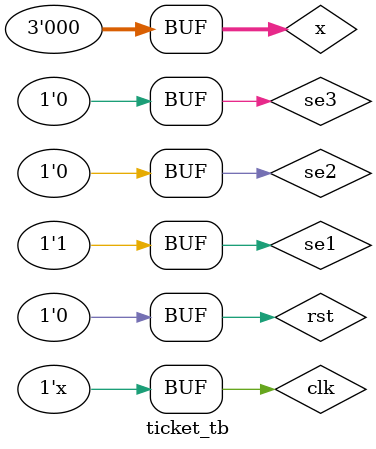
<source format=v>
`timescale 1ns / 1ps


module ticket_tb;

	// Inputs
	reg [2:0] x;
	reg se1;
	reg se2;
	reg se3;
	reg clk;
	reg rst;

	// Outputs
	wire y;
	wire [2:0] re;
	wire [4:0] ps1;
	wire [4:0] ns1;

	// Instantiate the Unit Under Test (UUT)
	ticket uut (
		.x(x), 
		.se1(se1), 
		.se2(se2), 
		.se3(se3), 
		.clk(clk), 
		.rst(rst), 
		.y(y), 
		.re(re), 
		.ps1(ps1), 
		.ns1(ns1)
	);
always#20 clk=~clk;
	initial begin
		// Initialize Inputs
		x = 0;
		se1 = 0;
		se2 = 0;
		se3 = 0;
		clk = 0;
		rst = 1;

		// Wait 100 ns for global reset to finish
		#40;
       x = 0;
		se1 = 1;
		se2 = 0;
		se3 = 0;
      rst=0;
		#40;
       x = 2;
		#40;
       x = 2;
      #40;
       x = 2;
		#40;
       x = 2;
		 rst=1;
		#40;
       x = 0;
		 se1=0;
		 se2=1;
		 rst=0;
		 #40;
       x = 5;
		#40;
       x = 5;
      #40;
       x = 2;
		 rst=1;
		#40;
       x = 0;
		 se1=0;
		 se2=0;
		 se3=1;
		 rst=0;
       
		#40;
       x = 5;
		#40;
       x = 5;
      #40;
       x = 2;
		 rst=1;
		#40;
       x = 0;
		 rst=0;
		 se1=1;
		 se3=0;

		// Add stimulus here

	end
      
endmodule


</source>
